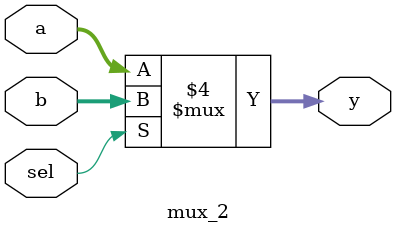
<source format=sv>
`timescale 1ns / 1ps


module mux_2(a,b,sel,y);
input logic [63:0] a,b;
input logic sel;
output logic [63:0] y;
always_comb
begin
if(sel==1'b0)
    begin
    y=a;
    end
else
    begin
    y=b;
    end
end
endmodule

</source>
